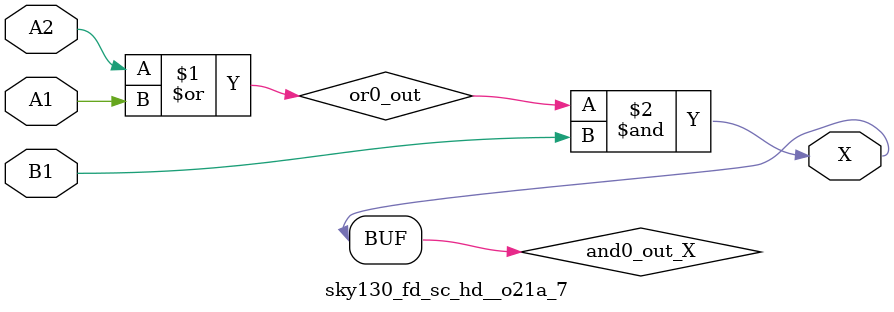
<source format=v>
module sky130_fd_sc_hd__o21a_7 (
    X ,
    A1,
    A2,
    B1
);
    output X ;
    input  A1;
    input  A2;
    input  B1;
    wire or0_out   ;
    wire and0_out_X;
    or  or0  (or0_out   , A2, A1         );
    and and0 (and0_out_X, or0_out, B1    );
    buf buf0 (X         , and0_out_X     );
endmodule
</source>
